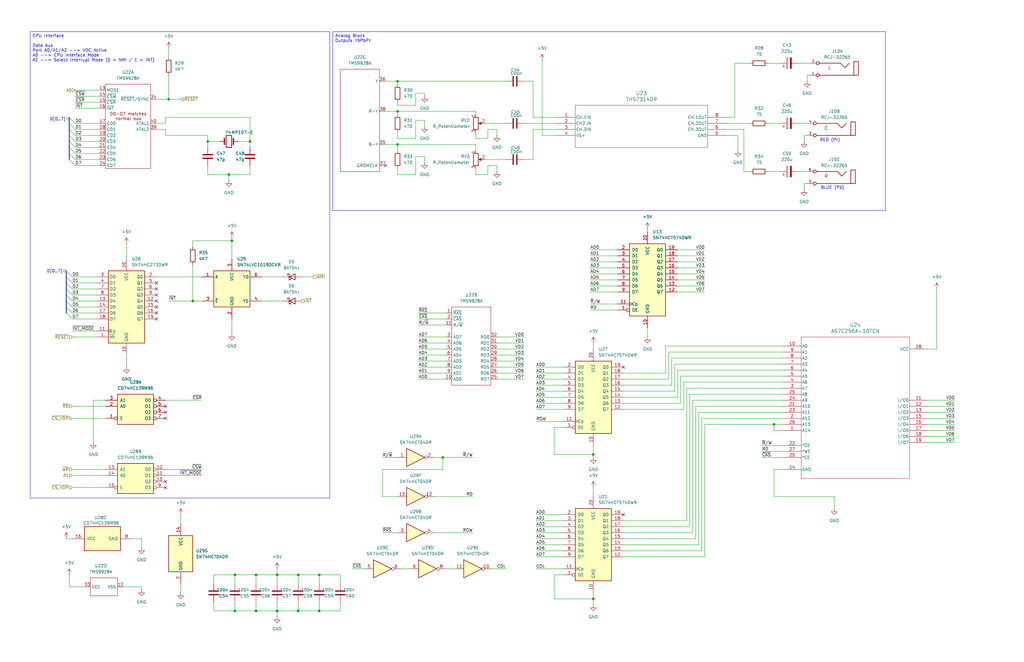
<source format=kicad_sch>
(kicad_sch (version 20250114) (generator "eeschema") (generator_version "9.0")
  (paper "USLedger")
  (text "BLUE (Pb)" (at 351.028 79.248 0) (effects (font (size 1.27 1.27))))
  (text "RED (Pr)" (at 350.012 59.182 0) (effects (font (size 1.27 1.27))))
  (text_box "Analog Block\nOutputs YbPbPr" (at 140.335 13.335 0) (size 233.045 75.565) (margins 0.9525 0.9525 0.9525 0.9525) (effects (font (size 1.27 1.27)) (justify left top)))
  (text_box "CPU Interface\n\nData bus\nPort A0/A1/A2 --> VDC Active\nA0 --> CPU Interface Mode\nA1 --> Select Interrupt Mode (0 = NMI / 1 = INT)" (at 12.7 13.335 0) (size 126.365 196.85) (margins 0.9525 0.9525 0.9525 0.9525) (effects (font (size 1.27 1.27)) (justify left top)))
  (junction (at 107.95 257.81))
  (junction (at 167.64 60.96))
  (junction (at 71.12 41.91))
  (junction (at 97.79 101.6))
  (junction (at 250.19 252.73))
  (junction (at 99.06 257.81))
  (junction (at 186.69 193.04))
  (junction (at 125.73 257.81))
  (junction (at 167.64 34.29))
  (junction (at 134.62 242.57))
  (junction (at 81.28 127))
  (junction (at 116.84 242.57))
  (junction (at 167.64 46.99))
  (junction (at 87.63 59.69))
  (junction (at 116.84 257.81))
  (junction (at 250.19 191.77))
  (junction (at 125.73 242.57))
  (junction (at 107.95 242.57))
  (junction (at 99.06 242.57))
  (junction (at 134.62 257.81))
  (junction (at 105.41 59.69))
  (junction (at 326.39 179.07))
  (junction (at 96.52 73.66))
  (no_connect (at 66.04 121.92))
  (no_connect (at 262.89 154.94))
  (no_connect (at 66.04 129.54))
  (no_connect (at 69.85 176.53))
  (no_connect (at 66.04 132.08))
  (no_connect (at 66.04 124.46))
  (no_connect (at 262.89 217.17))
  (no_connect (at 69.85 203.2))
  (no_connect (at 69.85 173.99))
  (no_connect (at 69.85 205.74))
  (no_connect (at 66.04 127))
  (no_connect (at 66.04 119.38))
  (no_connect (at 66.04 134.62))
  (no_connect (at 162.56 69.85))
  (no_connect (at 69.85 171.45))
  (bus_entry (at 29.21 52.07) (size 2.54 2.54))
  (bus_entry (at 27.94 127) (size 2.54 2.54))
  (bus_entry (at 27.94 124.46) (size 2.54 2.54))
  (bus_entry (at 29.21 54.61) (size 2.54 2.54))
  (bus_entry (at 29.21 57.15) (size 2.54 2.54))
  (bus_entry (at 27.94 114.3) (size 2.54 2.54))
  (bus_entry (at 27.94 119.38) (size 2.54 2.54))
  (bus_entry (at 27.94 129.54) (size 2.54 2.54))
  (bus_entry (at 27.94 121.92) (size 2.54 2.54))
  (bus_entry (at 29.21 62.23) (size 2.54 2.54))
  (bus_entry (at 29.21 64.77) (size 2.54 2.54))
  (bus_entry (at 27.94 116.84) (size 2.54 2.54))
  (bus_entry (at 29.21 49.53) (size 2.54 2.54))
  (bus_entry (at 27.94 132.08) (size 2.54 2.54))
  (bus_entry (at 29.21 67.31) (size 2.54 2.54))
  (bus_entry (at 29.21 59.69) (size 2.54 2.54))
  (wire (pts (xy 285.75 105.41) (xy 297.18 105.41)))
  (wire (pts (xy 287.02 158.75) (xy 330.2 158.75)))
  (wire (pts (xy 391.16 147.32) (xy 394.97 147.32)))
  (wire (pts (xy 262.89 227.33) (xy 293.37 227.33)))
  (wire (pts (xy 59.69 231.14) (xy 59.69 227.33)))
  (wire (pts (xy 143.51 254) (xy 143.51 257.81)))
  (wire (pts (xy 76.2 217.17) (xy 76.2 220.98)))
  (wire (pts (xy 233.68 252.73) (xy 250.19 252.73)))
  (wire (pts (xy 209.55 157.48) (xy 220.98 157.48)))
  (bus (pts (xy 27.94 119.38) (xy 27.94 121.92)))
  (wire (pts (xy 262.89 170.18) (xy 287.02 170.18)))
  (wire (pts (xy 209.55 149.86) (xy 220.98 149.86)))
  (wire (pts (xy 31.75 59.69) (xy 41.91 59.69)))
  (wire (pts (xy 224.79 34.29) (xy 224.79 49.53)))
  (wire (pts (xy 71.12 31.75) (xy 71.12 41.91)))
  (wire (pts (xy 168.91 240.03) (xy 172.72 240.03)))
  (wire (pts (xy 179.07 50.8) (xy 179.07 53.34)))
  (wire (pts (xy 167.64 58.42) (xy 175.26 58.42)))
  (wire (pts (xy 220.98 34.29) (xy 224.79 34.29)))
  (wire (pts (xy 31.75 52.07) (xy 41.91 52.07)))
  (wire (pts (xy 248.92 107.95) (xy 260.35 107.95)))
  (wire (pts (xy 179.07 39.37) (xy 179.07 40.64)))
  (wire (pts (xy 161.29 198.12) (xy 161.29 209.55)))
  (wire (pts (xy 69.85 198.12) (xy 85.09 198.12)))
  (wire (pts (xy 283.21 151.13) (xy 330.2 151.13)))
  (wire (pts (xy 339.09 57.15) (xy 339.09 59.69)))
  (wire (pts (xy 281.94 160.02) (xy 281.94 148.59)))
  (bus (pts (xy 29.21 62.23) (xy 29.21 64.77)))
  (wire (pts (xy 167.64 73.66) (xy 175.26 73.66)))
  (wire (pts (xy 116.84 240.03) (xy 116.84 242.57)))
  (wire (pts (xy 76.2 250.19) (xy 76.2 246.38)))
  (wire (pts (xy 167.64 34.29) (xy 213.36 34.29)))
  (wire (pts (xy 226.06 229.87) (xy 237.49 229.87)))
  (wire (pts (xy 30.48 119.38) (xy 40.64 119.38)))
  (wire (pts (xy 220.98 52.07) (xy 234.95 52.07)))
  (wire (pts (xy 262.89 157.48) (xy 280.67 157.48)))
  (wire (pts (xy 391.16 168.91) (xy 402.59 168.91)))
  (wire (pts (xy 30.48 142.24) (xy 40.64 142.24)))
  (wire (pts (xy 176.53 144.78) (xy 187.96 144.78)))
  (wire (pts (xy 30.48 124.46) (xy 40.64 124.46)))
  (wire (pts (xy 295.91 176.53) (xy 330.2 176.53)))
  (wire (pts (xy 284.48 165.1) (xy 284.48 153.67)))
  (bus (pts (xy 29.21 52.07) (xy 29.21 54.61)))
  (wire (pts (xy 224.79 54.61) (xy 234.95 54.61)))
  (wire (pts (xy 295.91 232.41) (xy 295.91 176.53)))
  (wire (pts (xy 167.64 60.96) (xy 200.66 60.96)))
  (bus (pts (xy 29.21 57.15) (xy 29.21 59.69)))
  (wire (pts (xy 248.92 128.27) (xy 260.35 128.27)))
  (wire (pts (xy 175.26 39.37) (xy 179.07 39.37)))
  (wire (pts (xy 248.92 118.11) (xy 260.35 118.11)))
  (wire (pts (xy 31.75 40.64) (xy 41.91 40.64)))
  (wire (pts (xy 30.48 139.7) (xy 40.64 139.7)))
  (bus (pts (xy 27.94 116.84) (xy 27.94 119.38)))
  (wire (pts (xy 175.26 50.8) (xy 179.07 50.8)))
  (wire (pts (xy 30.48 132.08) (xy 40.64 132.08)))
  (wire (pts (xy 105.41 49.53) (xy 105.41 59.69)))
  (wire (pts (xy 186.69 193.04) (xy 186.69 198.12)))
  (wire (pts (xy 340.36 34.29) (xy 340.36 31.75)))
  (wire (pts (xy 309.88 49.53) (xy 309.88 26.67)))
  (wire (pts (xy 233.68 191.77) (xy 250.19 191.77)))
  (wire (pts (xy 87.63 73.66) (xy 96.52 73.66)))
  (wire (pts (xy 285.75 110.49) (xy 297.18 110.49)))
  (wire (pts (xy 205.74 58.42) (xy 205.74 54.61)))
  (wire (pts (xy 69.85 49.53) (xy 105.41 49.53)))
  (wire (pts (xy 99.06 257.81) (xy 99.06 254)))
  (wire (pts (xy 226.06 222.25) (xy 237.49 222.25)))
  (wire (pts (xy 187.96 240.03) (xy 191.77 240.03)))
  (bus (pts (xy 29.21 49.53) (xy 29.21 52.07)))
  (wire (pts (xy 31.75 57.15) (xy 41.91 57.15)))
  (wire (pts (xy 391.16 181.61) (xy 402.59 181.61)))
  (wire (pts (xy 285.75 113.03) (xy 297.18 113.03)))
  (wire (pts (xy 262.89 234.95) (xy 297.18 234.95)))
  (wire (pts (xy 226.06 224.79) (xy 237.49 224.79)))
  (wire (pts (xy 285.75 118.11) (xy 297.18 118.11)))
  (wire (pts (xy 41.91 69.85) (xy 31.75 69.85)))
  (wire (pts (xy 321.31 187.96) (xy 330.2 187.96)))
  (wire (pts (xy 110.49 127) (xy 119.38 127)))
  (wire (pts (xy 321.31 190.5) (xy 330.2 190.5)))
  (wire (pts (xy 262.89 165.1) (xy 284.48 165.1)))
  (wire (pts (xy 233.68 180.34) (xy 233.68 191.77)))
  (wire (pts (xy 289.56 163.83) (xy 330.2 163.83)))
  (wire (pts (xy 321.31 193.04) (xy 330.2 193.04)))
  (wire (pts (xy 289.56 219.71) (xy 289.56 163.83)))
  (wire (pts (xy 96.52 73.66) (xy 105.41 73.66)))
  (wire (pts (xy 167.64 43.18) (xy 167.64 44.45)))
  (wire (pts (xy 134.62 257.81) (xy 143.51 257.81)))
  (wire (pts (xy 351.79 209.55) (xy 351.79 214.63)))
  (wire (pts (xy 323.85 52.07) (xy 328.93 52.07)))
  (wire (pts (xy 262.89 162.56) (xy 283.21 162.56)))
  (wire (pts (xy 162.56 34.29) (xy 167.64 34.29)))
  (wire (pts (xy 30.48 121.92) (xy 40.64 121.92)))
  (wire (pts (xy 309.88 26.67) (xy 316.23 26.67)))
  (wire (pts (xy 330.2 181.61) (xy 326.39 181.61)))
  (wire (pts (xy 209.55 142.24) (xy 220.98 142.24)))
  (wire (pts (xy 30.48 176.53) (xy 44.45 176.53)))
  (wire (pts (xy 205.74 69.85) (xy 209.55 69.85)))
  (wire (pts (xy 273.05 96.52) (xy 273.05 97.79)))
  (wire (pts (xy 35.56 247.65) (xy 29.21 247.65)))
  (wire (pts (xy 30.48 171.45) (xy 44.45 171.45)))
  (wire (pts (xy 391.16 171.45) (xy 402.59 171.45)))
  (wire (pts (xy 262.89 167.64) (xy 285.75 167.64)))
  (wire (pts (xy 394.97 121.92) (xy 394.97 147.32)))
  (bus (pts (xy 29.21 64.77) (xy 29.21 67.31)))
  (wire (pts (xy 29.21 242.57) (xy 29.21 247.65)))
  (wire (pts (xy 161.29 209.55) (xy 167.64 209.55)))
  (bus (pts (xy 27.94 129.54) (xy 27.94 132.08)))
  (wire (pts (xy 176.53 152.4) (xy 187.96 152.4)))
  (wire (pts (xy 288.29 161.29) (xy 330.2 161.29)))
  (wire (pts (xy 326.39 179.07) (xy 330.2 179.07)))
  (wire (pts (xy 125.73 242.57) (xy 134.62 242.57)))
  (wire (pts (xy 205.74 54.61) (xy 209.55 54.61)))
  (wire (pts (xy 306.07 57.15) (xy 311.15 57.15)))
  (wire (pts (xy 233.68 242.57) (xy 237.49 242.57)))
  (wire (pts (xy 250.19 205.74) (xy 250.19 209.55)))
  (wire (pts (xy 209.55 147.32) (xy 220.98 147.32)))
  (wire (pts (xy 31.75 38.1) (xy 41.91 38.1)))
  (wire (pts (xy 116.84 260.35) (xy 116.84 257.81)))
  (wire (pts (xy 162.56 60.96) (xy 167.64 60.96)))
  (wire (pts (xy 39.37 168.91) (xy 39.37 186.69)))
  (wire (pts (xy 262.89 160.02) (xy 281.94 160.02)))
  (wire (pts (xy 132.08 116.84) (xy 127 116.84)))
  (bus (pts (xy 29.21 59.69) (xy 29.21 62.23)))
  (wire (pts (xy 97.79 100.33) (xy 97.79 101.6)))
  (wire (pts (xy 391.16 173.99) (xy 402.59 173.99)))
  (wire (pts (xy 262.89 224.79) (xy 292.1 224.79)))
  (wire (pts (xy 323.85 72.39) (xy 328.93 72.39)))
  (wire (pts (xy 30.48 127) (xy 40.64 127)))
  (wire (pts (xy 323.85 26.67) (xy 328.93 26.67)))
  (wire (pts (xy 297.18 179.07) (xy 297.18 234.95)))
  (wire (pts (xy 107.95 257.81) (xy 116.84 257.81)))
  (wire (pts (xy 105.41 59.69) (xy 105.41 62.23)))
  (wire (pts (xy 30.48 200.66) (xy 44.45 200.66)))
  (wire (pts (xy 41.91 62.23) (xy 31.75 62.23)))
  (wire (pts (xy 167.64 46.99) (xy 167.64 48.26)))
  (wire (pts (xy 285.75 120.65) (xy 297.18 120.65)))
  (wire (pts (xy 81.28 111.76) (xy 81.28 127)))
  (wire (pts (xy 250.19 252.73) (xy 250.19 255.27)))
  (wire (pts (xy 220.98 67.31) (xy 224.79 67.31)))
  (wire (pts (xy 69.85 200.66) (xy 85.09 200.66)))
  (wire (pts (xy 116.84 257.81) (xy 116.84 254)))
  (wire (pts (xy 66.04 52.07) (xy 69.85 52.07)))
  (wire (pts (xy 340.36 77.47) (xy 339.09 77.47)))
  (wire (pts (xy 66.04 116.84) (xy 85.09 116.84)))
  (wire (pts (xy 31.75 45.72) (xy 41.91 45.72)))
  (wire (pts (xy 226.06 234.95) (xy 237.49 234.95)))
  (wire (pts (xy 226.06 167.64) (xy 237.49 167.64)))
  (wire (pts (xy 336.55 52.07) (xy 340.36 52.07)))
  (wire (pts (xy 96.52 73.66) (xy 96.52 76.2)))
  (wire (pts (xy 200.66 73.66) (xy 205.74 73.66)))
  (wire (pts (xy 99.06 242.57) (xy 107.95 242.57)))
  (wire (pts (xy 250.19 144.78) (xy 250.19 147.32)))
  (wire (pts (xy 209.55 69.85) (xy 209.55 72.39)))
  (wire (pts (xy 226.06 160.02) (xy 237.49 160.02)))
  (wire (pts (xy 175.26 73.66) (xy 175.26 66.04)))
  (wire (pts (xy 250.19 250.19) (xy 250.19 252.73)))
  (wire (pts (xy 294.64 173.99) (xy 330.2 173.99)))
  (wire (pts (xy 200.66 55.88) (xy 200.66 58.42)))
  (wire (pts (xy 182.88 193.04) (xy 186.69 193.04)))
  (wire (pts (xy 226.06 217.17) (xy 237.49 217.17)))
  (wire (pts (xy 71.12 41.91) (xy 76.2 41.91)))
  (wire (pts (xy 105.41 73.66) (xy 105.41 69.85)))
  (wire (pts (xy 250.19 187.96) (xy 250.19 191.77)))
  (wire (pts (xy 285.75 115.57) (xy 297.18 115.57)))
  (wire (pts (xy 167.64 44.45) (xy 175.26 44.45)))
  (wire (pts (xy 233.68 242.57) (xy 233.68 252.73)))
  (bus (pts (xy 27.94 124.46) (xy 27.94 127)))
  (wire (pts (xy 281.94 148.59) (xy 330.2 148.59)))
  (wire (pts (xy 30.48 129.54) (xy 40.64 129.54)))
  (wire (pts (xy 176.53 149.86) (xy 187.96 149.86)))
  (wire (pts (xy 209.55 54.61) (xy 209.55 57.15)))
  (wire (pts (xy 53.34 102.87) (xy 53.34 109.22)))
  (wire (pts (xy 306.07 54.61) (xy 313.69 54.61)))
  (wire (pts (xy 69.85 54.61) (xy 69.85 57.15)))
  (wire (pts (xy 284.48 153.67) (xy 330.2 153.67)))
  (wire (pts (xy 69.85 168.91) (xy 85.09 168.91)))
  (wire (pts (xy 176.53 137.16) (xy 187.96 137.16)))
  (wire (pts (xy 226.06 157.48) (xy 237.49 157.48)))
  (wire (pts (xy 176.53 160.02) (xy 187.96 160.02)))
  (wire (pts (xy 90.17 242.57) (xy 99.06 242.57)))
  (wire (pts (xy 59.69 247.65) (xy 59.69 248.92)))
  (wire (pts (xy 81.28 104.14) (xy 81.28 101.6)))
  (wire (pts (xy 179.07 66.04) (xy 179.07 68.58)))
  (wire (pts (xy 248.92 120.65) (xy 260.35 120.65)))
  (wire (pts (xy 134.62 246.38) (xy 134.62 242.57)))
  (wire (pts (xy 248.92 130.81) (xy 260.35 130.81)))
  (wire (pts (xy 228.6 25.4) (xy 228.6 57.15)))
  (wire (pts (xy 186.69 198.12) (xy 161.29 198.12)))
  (wire (pts (xy 116.84 242.57) (xy 125.73 242.57)))
  (wire (pts (xy 280.67 157.48) (xy 280.67 146.05)))
  (wire (pts (xy 81.28 101.6) (xy 97.79 101.6)))
  (wire (pts (xy 294.64 173.99) (xy 294.64 229.87)))
  (wire (pts (xy 53.34 149.86) (xy 53.34 154.94)))
  (wire (pts (xy 339.09 57.15) (xy 340.36 57.15)))
  (wire (pts (xy 116.84 257.81) (xy 125.73 257.81)))
  (wire (pts (xy 69.85 57.15) (xy 87.63 57.15)))
  (wire (pts (xy 283.21 162.56) (xy 283.21 151.13)))
  (wire (pts (xy 290.83 222.25) (xy 290.83 166.37)))
  (wire (pts (xy 162.56 46.99) (xy 167.64 46.99)))
  (wire (pts (xy 224.79 67.31) (xy 224.79 54.61)))
  (wire (pts (xy 110.49 116.84) (xy 119.38 116.84)))
  (wire (pts (xy 44.45 168.91) (xy 39.37 168.91)))
  (wire (pts (xy 92.71 59.69) (xy 87.63 59.69)))
  (wire (pts (xy 97.79 101.6) (xy 97.79 109.22)))
  (wire (pts (xy 161.29 224.79) (xy 167.64 224.79)))
  (wire (pts (xy 90.17 254) (xy 90.17 257.81)))
  (wire (pts (xy 326.39 181.61) (xy 326.39 179.07)))
  (wire (pts (xy 87.63 59.69) (xy 87.63 62.23)))
  (wire (pts (xy 176.53 142.24) (xy 187.96 142.24)))
  (wire (pts (xy 148.59 240.03) (xy 153.67 240.03)))
  (wire (pts (xy 71.12 20.32) (xy 71.12 24.13)))
  (wire (pts (xy 326.39 198.12) (xy 330.2 198.12)))
  (wire (pts (xy 90.17 246.38) (xy 90.17 242.57)))
  (wire (pts (xy 176.53 147.32) (xy 187.96 147.32)))
  (wire (pts (xy 186.69 193.04) (xy 199.39 193.04)))
  (wire (pts (xy 391.16 179.07) (xy 402.59 179.07)))
  (wire (pts (xy 226.06 162.56) (xy 237.49 162.56)))
  (wire (pts (xy 226.06 232.41) (xy 237.49 232.41)))
  (wire (pts (xy 107.95 246.38) (xy 107.95 242.57)))
  (wire (pts (xy 204.47 52.07) (xy 213.36 52.07)))
  (wire (pts (xy 340.36 31.75) (xy 341.63 31.75)))
  (wire (pts (xy 293.37 227.33) (xy 293.37 171.45)))
  (wire (pts (xy 59.69 227.33) (xy 55.88 227.33)))
  (wire (pts (xy 391.16 184.15) (xy 402.59 184.15)))
  (wire (pts (xy 288.29 161.29) (xy 288.29 172.72)))
  (wire (pts (xy 262.89 229.87) (xy 294.64 229.87)))
  (wire (pts (xy 226.06 240.03) (xy 237.49 240.03)))
  (wire (pts (xy 200.66 58.42) (xy 205.74 58.42)))
  (wire (pts (xy 292.1 168.91) (xy 330.2 168.91)))
  (bus (pts (xy 27.94 127) (xy 27.94 129.54)))
  (wire (pts (xy 313.69 54.61) (xy 313.69 72.39)))
  (wire (pts (xy 52.07 247.65) (xy 59.69 247.65)))
  (wire (pts (xy 167.64 71.12) (xy 167.64 73.66)))
  (wire (pts (xy 161.29 193.04) (xy 167.64 193.04)))
  (wire (pts (xy 306.07 52.07) (xy 316.23 52.07)))
  (wire (pts (xy 285.75 123.19) (xy 297.18 123.19)))
  (wire (pts (xy 250.19 191.77) (xy 250.19 193.04)))
  (wire (pts (xy 233.68 180.34) (xy 237.49 180.34)))
  (wire (pts (xy 125.73 257.81) (xy 134.62 257.81)))
  (wire (pts (xy 262.89 219.71) (xy 289.56 219.71)))
  (wire (pts (xy 176.53 157.48) (xy 187.96 157.48)))
  (wire (pts (xy 326.39 209.55) (xy 351.79 209.55)))
  (wire (pts (xy 134.62 257.81) (xy 134.62 254)))
  (wire (pts (xy 204.47 67.31) (xy 213.36 67.31)))
  (wire (pts (xy 248.92 113.03) (xy 260.35 113.03)))
  (wire (pts (xy 209.55 160.02) (xy 220.98 160.02)))
  (wire (pts (xy 167.64 34.29) (xy 167.64 35.56)))
  (wire (pts (xy 311.15 57.15) (xy 311.15 63.5)))
  (wire (pts (xy 226.06 219.71) (xy 237.49 219.71)))
  (wire (pts (xy 176.53 134.62) (xy 187.96 134.62)))
  (wire (pts (xy 200.66 60.96) (xy 200.66 63.5)))
  (wire (pts (xy 100.33 59.69) (xy 105.41 59.69)))
  (wire (pts (xy 287.02 170.18) (xy 287.02 158.75)))
  (wire (pts (xy 69.85 52.07) (xy 69.85 49.53)))
  (wire (pts (xy 116.84 246.38) (xy 116.84 242.57)))
  (wire (pts (xy 306.07 49.53) (xy 309.88 49.53)))
  (wire (pts (xy 262.89 232.41) (xy 295.91 232.41)))
  (wire (pts (xy 182.88 224.79) (xy 199.39 224.79)))
  (wire (pts (xy 209.55 144.78) (xy 220.98 144.78)))
  (wire (pts (xy 207.01 240.03) (xy 213.36 240.03)))
  (wire (pts (xy 285.75 156.21) (xy 330.2 156.21)))
  (bus (pts (xy 29.21 54.61) (xy 29.21 57.15)))
  (wire (pts (xy 107.95 242.57) (xy 116.84 242.57)))
  (wire (pts (xy 226.06 170.18) (xy 237.49 170.18)))
  (wire (pts (xy 125.73 246.38) (xy 125.73 242.57)))
  (wire (pts (xy 71.12 127) (xy 81.28 127)))
  (wire (pts (xy 167.64 46.99) (xy 200.66 46.99)))
  (wire (pts (xy 176.53 154.94) (xy 187.96 154.94)))
  (wire (pts (xy 30.48 205.74) (xy 44.45 205.74)))
  (wire (pts (xy 66.04 54.61) (xy 69.85 54.61)))
  (wire (pts (xy 182.88 209.55) (xy 199.39 209.55)))
  (wire (pts (xy 391.16 176.53) (xy 402.59 176.53)))
  (wire (pts (xy 66.04 41.91) (xy 71.12 41.91)))
  (wire (pts (xy 262.89 172.72) (xy 288.29 172.72)))
  (wire (pts (xy 209.55 152.4) (xy 220.98 152.4)))
  (wire (pts (xy 31.75 54.61) (xy 41.91 54.61)))
  (wire (pts (xy 248.92 123.19) (xy 260.35 123.19)))
  (wire (pts (xy 99.06 246.38) (xy 99.06 242.57)))
  (wire (pts (xy 87.63 57.15) (xy 87.63 59.69)))
  (wire (pts (xy 30.48 198.12) (xy 44.45 198.12)))
  (wire (pts (xy 176.53 132.08) (xy 187.96 132.08)))
  (wire (pts (xy 336.55 26.67) (xy 341.63 26.67)))
  (wire (pts (xy 30.48 116.84) (xy 40.64 116.84)))
  (wire (pts (xy 248.92 105.41) (xy 260.35 105.41)))
  (wire (pts (xy 31.75 43.18) (xy 41.91 43.18)))
  (wire (pts (xy 226.06 154.94) (xy 237.49 154.94)))
  (wire (pts (xy 41.91 67.31) (xy 31.75 67.31)))
  (wire (pts (xy 280.67 146.05) (xy 330.2 146.05)))
  (wire (pts (xy 125.73 257.81) (xy 125.73 254)))
  (wire (pts (xy 134.62 242.57) (xy 143.51 242.57)))
  (wire (pts (xy 391.16 186.69) (xy 402.59 186.69)))
  (wire (pts (xy 297.18 179.07) (xy 326.39 179.07)))
  (wire (pts (xy 292.1 168.91) (xy 292.1 224.79)))
  (wire (pts (xy 248.92 110.49) (xy 260.35 110.49)))
  (wire (pts (xy 273.05 138.43) (xy 273.05 142.24)))
  (wire (pts (xy 293.37 171.45) (xy 330.2 171.45)))
  (wire (pts (xy 339.09 77.47) (xy 339.09 80.01)))
  (wire (pts (xy 200.66 46.99) (xy 200.66 48.26)))
  (wire (pts (xy 205.74 73.66) (xy 205.74 69.85)))
  (wire (pts (xy 81.28 127) (xy 85.09 127)))
  (wire (pts (xy 167.64 60.96) (xy 167.64 63.5)))
  (wire (pts (xy 200.66 71.12) (xy 200.66 73.66)))
  (wire (pts (xy 285.75 107.95) (xy 297.18 107.95)))
  (wire (pts (xy 175.26 66.04) (xy 179.07 66.04)))
  (wire (pts (xy 290.83 166.37) (xy 330.2 166.37)))
  (wire (pts (xy 226.06 177.8) (xy 237.49 177.8)))
  (wire (pts (xy 41.91 64.77) (xy 31.75 64.77)))
  (wire (pts (xy 87.63 69.85) (xy 87.63 73.66)))
  (bus (pts (xy 27.94 114.3) (xy 27.94 116.84)))
  (wire (pts (xy 97.79 134.62) (xy 97.79 140.97)))
  (wire (pts (xy 262.89 222.25) (xy 290.83 222.25)))
  (wire (pts (xy 224.79 49.53) (xy 234.95 49.53)))
  (wire (pts (xy 226.06 165.1) (xy 237.49 165.1)))
  (wire (pts (xy 326.39 198.12) (xy 326.39 209.55)))
  (wire (pts (xy 167.64 55.88) (xy 167.64 58.42)))
  (wire (pts (xy 175.26 44.45) (xy 175.26 39.37)))
  (wire (pts (xy 27.94 227.33) (xy 30.48 227.33)))
  (wire (pts (xy 175.26 58.42) (xy 175.26 50.8)))
  (bus (pts (xy 27.94 121.92) (xy 27.94 124.46)))
  (wire (pts (xy 248.92 115.57) (xy 260.35 115.57)))
  (wire (pts (xy 226.06 172.72) (xy 237.49 172.72)))
  (wire (pts (xy 30.48 134.62) (xy 40.64 134.62)))
  (wire (pts (xy 107.95 257.81) (xy 107.95 254)))
  (wire (pts (xy 234.95 57.15) (xy 228.6 57.15)))
  (wire (pts (xy 99.06 257.81) (xy 107.95 257.81)))
  (wire (pts (xy 209.55 154.94) (xy 220.98 154.94)))
  (wire (pts (xy 226.06 227.33) (xy 237.49 227.33)))
  (wire (pts (xy 313.69 72.39) (xy 316.23 72.39)))
  (wire (pts (xy 336.55 72.39) (xy 340.36 72.39)))
  (wire (pts (xy 285.75 167.64) (xy 285.75 156.21)))
  (wire (pts (xy 143.51 242.57) (xy 143.51 246.38)))
  (wire (pts (xy 90.17 257.81) (xy 99.06 257.81)))
  (label "D2" (at 30.48 121.92 0))
  (label "VD1" (at 220.98 144.78 180))
  (label "D5" (at 30.48 129.54 0))
  (label "RD" (at 248.92 130.81 0))
  (label "RD" (at 199.39 209.55 180))
  (label "AD5" (at 226.06 229.87 0))
  (label "D5" (at 31.75 64.77 0))
  (label "VD4" (at 220.98 152.4 180))
  (label "~{CAS}" (at 321.31 193.04 0))
  (label "AD0" (at 226.06 217.17 0))
  (label "VD6" (at 402.59 184.15 180))
  (label "VD7" (at 297.18 123.19 180))
  (label "D2" (at 31.75 57.15 0))
  (label "AD4" (at 248.92 115.57 0))
  (label "AD4" (at 226.06 227.33 0))
  (label "D3" (at 30.48 124.46 0))
  (label "~{R}{slash}W" (at 321.31 187.96 0))
  (label "VD2" (at 402.59 173.99 180))
  (label "ROW" (at 226.06 177.8 0))
  (label "ROW" (at 199.39 224.79 180))
  (label "VD3" (at 402.59 176.53 180))
  (label "~{CAS}" (at 148.59 240.03 0))
  (label "D7" (at 31.75 69.85 0))
  (label "AD4" (at 176.53 149.86 0))
  (label "AD1" (at 226.06 157.48 0))
  (label "AD7" (at 176.53 142.24 0))
  (label "~{INT_MODE}" (at 85.09 200.66 180))
  (label "AD0" (at 176.53 160.02 0))
  (label "AD6" (at 248.92 120.65 0))
  (label "D0" (at 31.75 52.07 0))
  (label "D3" (at 31.75 59.69 0))
  (label "AD3" (at 176.53 152.4 0))
  (label "AD6" (at 176.53 144.78 0))
  (label "D0" (at 30.48 116.84 0))
  (label "AD4" (at 226.06 165.1 0))
  (label "D4" (at 30.48 127 0))
  (label "AD6" (at 226.06 170.18 0))
  (label "D6" (at 31.75 67.31 0))
  (label "VD6" (at 220.98 157.48 180))
  (label "~{R}{slash}W" (at 199.39 193.04 180))
  (label "AD2" (at 176.53 154.94 0))
  (label "VD2" (at 297.18 110.49 180))
  (label "AD2" (at 226.06 160.02 0))
  (label "D1" (at 30.48 119.38 0))
  (label "AD7" (at 248.92 123.19 0))
  (label "VD0" (at 220.98 142.24 180))
  (label "~{CAS}" (at 176.53 134.62 0))
  (label "VD1" (at 297.18 107.95 180))
  (label "AD2" (at 248.92 110.49 0))
  (label "AD5" (at 226.06 167.64 0))
  (label "VD5" (at 402.59 181.61 180))
  (label "COL" (at 213.36 240.03 180))
  (label "~{INT}" (at 71.12 127 0))
  (label "COL" (at 226.06 240.03 0))
  (label "VD0" (at 402.59 168.91 180))
  (label "~{CSW}" (at 31.75 40.64 0))
  (label "VD4" (at 402.59 179.07 180))
  (label "VD5" (at 220.98 154.94 180))
  (label "~{CSW}" (at 85.09 198.12 180))
  (label "VD0" (at 297.18 105.41 180))
  (label "VD6" (at 297.18 120.65 180))
  (label "~{R}{slash}W" (at 248.92 128.27 0))
  (label "VD3" (at 220.98 149.86 180))
  (label "AD1" (at 176.53 157.48 0))
  (label "VD7" (at 220.98 160.02 180))
  (label "AD0" (at 226.06 154.94 0))
  (label "VD5" (at 297.18 118.11 180))
  (label "VD2" (at 220.98 147.32 180))
  (label "AD2" (at 226.06 222.25 0))
  (label "~{INT_MODE}" (at 30.48 139.7 0))
  (label "AD6" (at 226.06 232.41 0))
  (label "AD7" (at 226.06 234.95 0))
  (label "~{CSR}" (at 85.09 168.91 180))
  (label "~{CSR}" (at 31.75 43.18 0))
  (label "R{slash}~{W}" (at 161.29 193.04 0))
  (label "AD7" (at 226.06 172.72 0))
  (label "VD7" (at 402.59 186.69 180))
  (label "AD5" (at 176.53 147.32 0))
  (label "AD3" (at 226.06 224.79 0))
  (label "D1" (at 31.75 54.61 0))
  (label "D4" (at 31.75 62.23 0))
  (label "VD3" (at 297.18 113.03 180))
  (label "R{slash}~{W}" (at 176.53 137.16 0))
  (label "D7" (at 30.48 134.62 0))
  (label "AD1" (at 226.06 219.71 0))
  (label "AD0" (at 248.92 105.41 0))
  (label "AD3" (at 226.06 162.56 0))
  (label "AD3" (at 248.92 113.03 0))
  (label "~{RAS}" (at 161.29 224.79 0))
  (label "VD4" (at 297.18 115.57 180))
  (label "~{RAS}" (at 176.53 132.08 0))
  (label "RD" (at 321.31 190.5 0))
  (label "~{INT}" (at 31.75 45.72 0))
  (label "VD1" (at 402.59 171.45 180))
  (label "D6" (at 30.48 132.08 0))
  (label "AD5" (at 248.92 118.11 0))
  (label "AD1" (at 248.92 107.95 0))
  (hierarchical_label "~{CS_VDP}" (shape input) (at 30.48 205.74 180))
  (hierarchical_label "~{CS_VDP}" (shape input) (at 30.48 176.53 180))
  (hierarchical_label "~{RESET}" (shape input) (at 76.2 41.91 0))
  (hierarchical_label "~{INT}" (shape passive) (at 127 127 0))
  (hierarchical_label "~{RD}" (shape input) (at 30.48 171.45 180))
  (hierarchical_label "D[0..7]" (shape bidirectional) (at 29.21 50.1565 180))
  (hierarchical_label "A0" (shape input) (at 31.75 38.1 180))
  (hierarchical_label "~{NMI}" (shape passive) (at 132.08 116.84 0))
  (hierarchical_label "D[0..7]" (shape bidirectional) (at 27.94 114.3 180))
  (hierarchical_label "A1" (shape input) (at 30.48 200.66 180))
  (hierarchical_label "~{RESET}" (shape input) (at 30.48 142.24 180))
  (hierarchical_label "~{WR}" (shape input) (at 30.48 198.12 180))
  (symbol (lib_id "Device:C") (at 105.41 66.04 180) (unit 1)
    (property "Reference" "C48" (at 99.314 64.77 0) (effects (justify right)))
    (property "Value" "47p" (at 99.314 67.31 0) (effects (justify right)))
    (property "Footprint" "Capacitor_SMD:C_0603_1608Metric" (effects (hide yes)))
    (property "Description" "Unpolarized capacitor" (effects (hide yes)))
  )
  (symbol (lib_id "74xx:74HC04") (at 175.26 193.04 0) (unit 1)
    (property "Reference" "U29" (at 175.26 184.15 0))
    (property "Value" "SN74HCT04DR" (at 175.26 186.69 0))
    (property "Footprint" "Package_SO:SOIC-14_3.9x8.7mm_P1.27mm" (effects (hide yes)))
    (property "Datasheet" "https://assets.nexperia.com/documents/data-sheet/74HC_HCT04.pdf" (effects (hide yes)))
    (property "Description" "Hex Inverter" (effects (hide yes)))
  )
  (symbol (lib_id "power:+5V") (at 394.97 121.92 0) (unit 1)
    (property "Reference" "#PWR0132" (effects (hide yes)))
    (property "Value" "+5V" (at 394.97 116.84 0))
    (property "Description" "Power symbol creates a global label with name \"+5V\"" (effects (hide yes)))
  )
  (symbol (lib_id "power:GND") (at 273.05 142.24 0) (unit 1)
    (property "Reference" "#PWR0126" (effects (hide yes)))
    (property "Value" "GND" (at 273.05 147.32 0))
    (property "Description" "Power symbol creates a global label with name \"GND\" , ground" (effects (hide yes)))
  )
  (symbol (lib_name "TMS9928_3") (lib_id "Z80HomeBreW:TMS9928") (at 53.34 34.29 0) (unit 1)
    (property "Reference" "U22" (at 53.975 30.48 0))
    (property "Value" "TMS9928A" (at 53.975 33.02 0))
    (property "Footprint" "Package_DIP:DIP-40_W15.24mm_Socket" (effects (hide yes)))
  )
  (symbol (lib_id "74xx:74LS574") (at 273.05 118.11 0) (unit 1)
    (property "Reference" "U13" (at 275.1933 97.79 0) (effects (justify left)))
    (property "Value" "SN74HCT574DWR" (at 275.1933 100.33 0) (effects (justify left)))
    (property "Footprint" "Package_SO:SOIC-20W_7.5x12.8mm_P1.27mm" (effects (hide yes)))
    (property "Datasheet" "http://www.ti.com/lit/gpn/sn74LS574" (effects (hide yes)))
    (property "Description" "8-bit Register, 3-state outputs" (effects (hide yes)))
  )
  (symbol (lib_id "power:GND") (at 209.55 57.15 0) (unit 1)
    (property "Reference" "#PWR0102" (effects (hide yes)))
    (property "Value" "GND" (at 209.55 62.23 0))
    (property "Description" "Power symbol creates a global label with name \"GND\" , ground" (effects (hide yes)))
  )
  (symbol (lib_id "Device:R") (at 167.64 52.07 0) (unit 1)
    (property "Reference" "R31" (at 170.18 50.7999 0) (effects (justify left)))
    (property "Value" "470" (at 170.18 53.3399 0) (effects (justify left)))
    (property "Footprint" "Resistor_SMD:R_0603_1608Metric" (effects (hide yes)))
    (property "Description" "Resistor" (effects (hide yes)))
  )
  (symbol (lib_id "power:GND") (at 76.2 250.19 0) (unit 1)
    (property "Reference" "#PWR0129" (effects (hide yes)))
    (property "Value" "GND" (at 76.2 255.27 0))
    (property "Description" "Power symbol creates a global label with name \"GND\" , ground" (effects (hide yes)))
  )
  (symbol (lib_id "power:GND") (at 59.69 231.14 0) (unit 1)
    (property "Reference" "#PWR0115" (effects (hide yes)))
    (property "Value" "GND" (at 59.69 236.22 0))
    (property "Description" "Power symbol creates a global label with name \"GND\" , ground" (effects (hide yes)))
  )
  (symbol (lib_id "power:GND") (at 250.19 255.27 0) (unit 1)
    (property "Reference" "#PWR0128" (effects (hide yes)))
    (property "Value" "GND" (at 250.19 260.35 0))
    (property "Description" "Power symbol creates a global label with name \"GND\" , ground" (effects (hide yes)))
  )
  (symbol (lib_id "Device:R_Potentiometer") (at 200.66 67.31 0) (unit 1)
    (property "Reference" "RV3" (at 198.12 66.0399 0) (effects (justify right)))
    (property "Value" "R_Potentiometer" (at 198.12 68.58 0) (effects (justify right)))
    (property "Footprint" "Potentiometer_THT:Potentiometer_Bourns_3266W_Vertical" (effects (hide yes)))
    (property "Description" "Potentiometer" (effects (hide yes)))
  )
  (symbol (lib_id "Device:C") (at 99.06 250.19 0) (unit 1)
    (property "Reference" "C55" (at 105.156 251.46 0) (effects (justify right)))
    (property "Value" "100n" (at 105.156 248.92 0) (effects (justify right)))
    (property "Footprint" "Capacitor_SMD:C_0603_1608Metric" (effects (hide yes)))
    (property "Description" "Unpolarized capacitor" (effects (hide yes)))
  )
  (symbol (lib_id "Device:R") (at 81.28 107.95 0) (unit 1)
    (property "Reference" "R35" (at 83.82 106.6799 0) (effects (justify left)))
    (property "Value" "4K7" (at 83.82 109.2199 0) (effects (justify left)))
    (property "Footprint" "Resistor_SMD:R_0603_1608Metric" (effects (hide yes)))
    (property "Description" "Resistor" (effects (hide yes)))
  )
  (symbol (lib_id "74xx:74HC273") (at 53.34 129.54 0) (unit 1)
    (property "Reference" "U26" (at 55.4833 109.22 0) (effects (justify left)))
    (property "Value" "SN74HC273DWR" (at 55.4833 111.76 0) (effects (justify left)))
    (property "Footprint" "Package_SO:SOIC-20W_7.5x12.8mm_P1.27mm" (effects (hide yes)))
    (property "Datasheet" "https://assets.nexperia.com/documents/data-sheet/74HC_HCT273.pdf" (effects (hide yes)))
    (property "Description" "8-bit D Flip-Flop, reset" (effects (hide yes)))
  )
  (symbol (lib_id "Device:C") (at 116.84 250.19 0) (unit 1)
    (property "Reference" "C57" (at 122.936 251.46 0) (effects (justify right)))
    (property "Value" "100n" (at 122.936 248.92 0) (effects (justify right)))
    (property "Footprint" "Capacitor_SMD:C_0603_1608Metric" (effects (hide yes)))
    (property "Description" "Unpolarized capacitor" (effects (hide yes)))
  )
  (symbol (lib_id "74xx:74HC04") (at 161.29 240.03 0) (unit 3)
    (property "Reference" "U29" (at 161.29 231.14 0))
    (property "Value" "SN74HCT04DR" (at 161.29 233.68 0))
    (property "Footprint" "Package_SO:SOIC-14_3.9x8.7mm_P1.27mm" (effects (hide yes)))
    (property "Datasheet" "https://assets.nexperia.com/documents/data-sheet/74HC_HCT04.pdf" (effects (hide yes)))
    (property "Description" "Hex Inverter" (effects (hide yes)))
  )
  (symbol (lib_id "74xGxx:74LVC1G19") (at 97.79 121.92 0) (unit 1)
    (property "Reference" "U25" (at 99.9333 109.22 0) (effects (justify left)))
    (property "Value" "SN74LVC1G19DCKR" (at 99.9333 111.76 0) (effects (justify left)))
    (property "Footprint" "Package_TO_SOT_SMD:SOT-363_SC-70-6" (effects (hide yes)))
    (property "Datasheet" "http://www.ti.com/lit/sg/scyt129e/scyt129e.pdf" (effects (hide yes)))
    (property "Description" "1 of 2 Decoder, Low-Voltage CMOS" (effects (hide yes)))
  )
  (symbol (lib_id "power:+5V") (at 250.19 205.74 0) (unit 1)
    (property "Reference" "#PWR0125" (effects (hide yes)))
    (property "Value" "+5V" (at 250.19 200.66 0))
    (property "Description" "Power symbol creates a global label with name \"+5V\"" (effects (hide yes)))
  )
  (symbol (lib_name "RCJ-32265_2") (lib_id "RCJ-32265:RCJ-32265") (at 353.06 29.21 0) (mirror y) (unit 1)
    (property "Reference" "J10" (at 353.0655 21.59 0))
    (property "Value" "RCJ-32265" (at 353.0655 24.13 0))
    (property "Footprint" "Footprints:RCJ-32234" (effects (hide yes)))
    (property "Datasheet" "http://datasheets.diptrace.com/con_rca_jack/rcj-32xxx.pdf" (effects (hide yes)))
    (property "MF" "Same Sky" (effects (hide yes)))
    (property "Description_1" "3 Port,  Right Angle, Through Hole, RCA Jack Connector" (effects (hide yes)))
    (property "Package" "None" (effects (hide yes)))
    (property "Price" "None" (effects (hide yes)))
    (property "Check_prices" "https://www.snapeda.com/parts/RCJ-32265/Same+Sky/view-part/?ref=eda" (effects (hide yes)))
    (property "SnapEDA_Link" "https://www.snapeda.com/parts/RCJ-32265/Same+Sky/view-part/?ref=snap" (effects (hide yes)))
    (property "MP" "RCJ-32265" (effects (hide yes)))
    (property "Availability" "In Stock" (effects (hide yes)))
    (property "MANUFACTURER" "CUI" (effects (hide yes)))
  )
  (symbol (lib_id "Device:R") (at 320.04 26.67 90) (unit 1)
    (property "Reference" "R28" (at 320.04 20.32 90))
    (property "Value" "75" (at 320.04 22.86 90))
    (property "Footprint" "Resistor_SMD:R_0603_1608Metric" (effects (hide yes)))
    (property "Description" "Resistor" (effects (hide yes)))
  )
  (symbol (lib_id "power:GND") (at 311.15 63.5 0) (unit 1)
    (property "Reference" "#PWR0104" (effects (hide yes)))
    (property "Value" "GND" (at 311.15 68.58 0))
    (property "Description" "Power symbol creates a global label with name \"GND\" , ground" (effects (hide yes)))
  )
  (symbol (lib_id "Device:R_Potentiometer") (at 200.66 52.07 0) (unit 1)
    (property "Reference" "RV2" (at 198.12 50.7999 0) (effects (justify right)))
    (property "Value" "R_Potentiometer" (at 198.12 53.34 0) (effects (justify right)))
    (property "Footprint" "Potentiometer_THT:Potentiometer_Bourns_3266W_Vertical" (effects (hide yes)))
    (property "Description" "Potentiometer" (effects (hide yes)))
  )
  (symbol (lib_id "74xx:74HC04") (at 199.39 240.03 0) (unit 5)
    (property "Reference" "U29" (at 199.39 231.14 0))
    (property "Value" "SN74HCT04DR" (at 199.39 233.68 0))
    (property "Footprint" "Package_SO:SOIC-14_3.9x8.7mm_P1.27mm" (effects (hide yes)))
    (property "Datasheet" "https://assets.nexperia.com/documents/data-sheet/74HC_HCT04.pdf" (effects (hide yes)))
    (property "Description" "Hex Inverter" (effects (hide yes)))
  )
  (symbol (lib_id "power:+5V") (at 250.19 144.78 0) (unit 1)
    (property "Reference" "#PWR0124" (effects (hide yes)))
    (property "Value" "+5V" (at 250.19 139.7 0))
    (property "Description" "Power symbol creates a global label with name \"+5V\"" (effects (hide yes)))
  )
  (symbol (lib_id "power:+5V") (at 76.2 217.17 0) (unit 1)
    (property "Reference" "#PWR0130" (effects (hide yes)))
    (property "Value" "+5V" (at 76.2 212.09 0))
    (property "Description" "Power symbol creates a global label with name \"+5V\"" (effects (hide yes)))
  )
  (symbol (lib_id "74xx:74HC04") (at 175.26 209.55 0) (unit 6)
    (property "Reference" "U29" (at 175.26 200.66 0))
    (property "Value" "SN74HCT04DR" (at 175.26 203.2 0))
    (property "Footprint" "Package_SO:SOIC-14_3.9x8.7mm_P1.27mm" (effects (hide yes)))
    (property "Datasheet" "https://assets.nexperia.com/documents/data-sheet/74HC_HCT04.pdf" (effects (hide yes)))
    (property "Description" "Hex Inverter" (effects (hide yes)))
  )
  (symbol (lib_id "74xx:74LS574") (at 250.19 167.64 0) (unit 1)
    (property "Reference" "U27" (at 252.3333 147.32 0) (effects (justify left)))
    (property "Value" "SN74HCT574DWR" (at 252.3333 149.86 0) (effects (justify left)))
    (property "Footprint" "Package_SO:SOIC-20W_7.5x12.8mm_P1.27mm" (effects (hide yes)))
    (property "Datasheet" "http://www.ti.com/lit/gpn/sn74LS574" (effects (hide yes)))
    (property "Description" "8-bit Register, 3-state outputs" (effects (hide yes)))
  )
  (symbol (lib_id "Device:C") (at 143.51 250.19 0) (unit 1)
    (property "Reference" "C60" (at 149.606 251.46 0) (effects (justify right)))
    (property "Value" "100n" (at 149.606 248.92 0) (effects (justify right)))
    (property "Footprint" "Capacitor_SMD:C_0603_1608Metric" (effects (hide yes)))
    (property "Description" "Unpolarized capacitor" (effects (hide yes)))
  )
  (symbol (lib_id "power:GND") (at 209.55 72.39 0) (unit 1)
    (property "Reference" "#PWR0106" (effects (hide yes)))
    (property "Value" "GND" (at 209.55 77.47 0))
    (property "Description" "Power symbol creates a global label with name \"GND\" , ground" (effects (hide yes)))
  )
  (symbol (lib_id "Device:R") (at 167.64 67.31 0) (unit 1)
    (property "Reference" "R33" (at 170.18 66.0399 0) (effects (justify left)))
    (property "Value" "470" (at 170.18 68.5799 0) (effects (justify left)))
    (property "Footprint" "Resistor_SMD:R_0603_1608Metric" (effects (hide yes)))
    (property "Description" "Resistor" (effects (hide yes)))
  )
  (symbol (lib_name "TMS9928_2") (lib_id "Z80HomeBreW:TMS9928") (at 198.12 128.27 0) (unit 2)
    (property "Reference" "U22" (at 198.755 124.46 0))
    (property "Value" "TMS9928A" (at 198.755 127 0))
    (property "Footprint" "Package_DIP:DIP-40_W15.24mm_Socket" (effects (hide yes)))
  )
  (symbol (lib_id "power:GND") (at 179.07 40.64 0) (unit 1)
    (property "Reference" "#PWR0100" (effects (hide yes)))
    (property "Value" "GND" (at 179.07 45.72 0))
    (property "Description" "Power symbol creates a global label with name \"GND\" , ground" (effects (hide yes)))
  )
  (symbol (lib_id "Device:C_Polarized") (at 332.74 52.07 90) (unit 1)
    (property "Reference" "C46" (at 331.851 44.45 90))
    (property "Value" "220u" (at 331.851 46.99 90))
    (property "Footprint" "Capacitor_Tantalum_SMD:CP_EIA-3528-21_Kemet-B" (effects (hide yes)))
    (property "Description" "Polarized capacitor" (effects (hide yes)))
  )
  (symbol (lib_id "74xx:74HC04") (at 180.34 240.03 0) (unit 4)
    (property "Reference" "U29" (at 180.34 231.14 0))
    (property "Value" "SN74HCT04DR" (at 180.34 233.68 0))
    (property "Footprint" "Package_SO:SOIC-14_3.9x8.7mm_P1.27mm" (effects (hide yes)))
    (property "Datasheet" "https://assets.nexperia.com/documents/data-sheet/74HC_HCT04.pdf" (effects (hide yes)))
    (property "Description" "Hex Inverter" (effects (hide yes)))
  )
  (symbol (lib_id "Device:R") (at 320.04 52.07 90) (unit 1)
    (property "Reference" "R32" (at 320.04 45.72 90))
    (property "Value" "75" (at 320.04 48.26 90))
    (property "Footprint" "Resistor_SMD:R_0603_1608Metric" (effects (hide yes)))
    (property "Description" "Resistor" (effects (hide yes)))
  )
  (symbol (lib_id "power:GND") (at 339.09 59.69 0) (unit 1)
    (property "Reference" "#PWR0103" (effects (hide yes)))
    (property "Value" "GND" (at 339.09 64.77 0))
    (property "Description" "Power symbol creates a global label with name \"GND\" , ground" (effects (hide yes)))
  )
  (symbol (lib_id "Diode:BAT54J") (at 123.19 127 0) (unit 1)
    (property "Reference" "D6" (at 122.8725 120.65 0))
    (property "Value" "BAT54J" (at 122.8725 123.19 0))
    (property "Footprint" "Diode_SMD:D_SOD-323F" (effects (hide yes)))
    (property "Datasheet" "https://assets.nexperia.com/documents/data-sheet/BAT54J.pdf" (effects (hide yes)))
    (property "Description" "30V 200mA Schottky diode, SOD-323F" (effects (hide yes)))
  )
  (symbol (lib_id "Device:C") (at 125.73 250.19 0) (unit 1)
    (property "Reference" "C58" (at 131.826 251.46 0) (effects (justify right)))
    (property "Value" "100n" (at 131.826 248.92 0) (effects (justify right)))
    (property "Footprint" "Capacitor_SMD:C_0603_1608Metric" (effects (hide yes)))
    (property "Description" "Unpolarized capacitor" (effects (hide yes)))
  )
  (symbol (lib_id "Device:C") (at 217.17 67.31 90) (unit 1)
    (property "Reference" "C49" (at 215.392 62.484 90) (effects (justify right)))
    (property "Value" "100n" (at 215.138 64.008 90) (effects (justify right)))
    (property "Footprint" "Capacitor_SMD:C_0603_1608Metric" (effects (hide yes)))
    (property "Description" "Unpolarized capacitor" (effects (hide yes)))
  )
  (symbol (lib_id "Device:C") (at 134.62 250.19 0) (unit 1)
    (property "Reference" "C59" (at 140.716 251.46 0) (effects (justify right)))
    (property "Value" "100n" (at 140.716 248.92 0) (effects (justify right)))
    (property "Footprint" "Capacitor_SMD:C_0603_1608Metric" (effects (hide yes)))
    (property "Description" "Unpolarized capacitor" (effects (hide yes)))
  )
  (symbol (lib_id "power:GND") (at 116.84 260.35 0) (unit 1)
    (property "Reference" "#PWR0133" (effects (hide yes)))
    (property "Value" "GND" (at 116.84 265.43 0))
    (property "Description" "Power symbol creates a global label with name \"GND\" , ground" (effects (hide yes)))
  )
  (symbol (lib_id "power:GND") (at 340.36 34.29 0) (unit 1)
    (property "Reference" "#PWR099" (effects (hide yes)))
    (property "Value" "GND" (at 340.36 39.37 0))
    (property "Description" "Power symbol creates a global label with name \"GND\" , ground" (effects (hide yes)))
  )
  (symbol (lib_id "Device:R") (at 320.04 72.39 90) (unit 1)
    (property "Reference" "R34" (at 320.04 66.04 90))
    (property "Value" "75" (at 320.04 68.58 90))
    (property "Footprint" "Resistor_SMD:R_0603_1608Metric" (effects (hide yes)))
    (property "Description" "Resistor" (effects (hide yes)))
  )
  (symbol (lib_id "power:+5V") (at 273.05 96.52 0) (unit 1)
    (property "Reference" "#PWR0123" (effects (hide yes)))
    (property "Value" "+5V" (at 273.05 91.44 0))
    (property "Description" "Power symbol creates a global label with name \"+5V\"" (effects (hide yes)))
  )
  (symbol (lib_id "power:GND") (at 179.07 68.58 0) (unit 1)
    (property "Reference" "#PWR0105" (effects (hide yes)))
    (property "Value" "GND" (at 179.07 73.66 0))
    (property "Description" "Power symbol creates a global label with name \"GND\" , ground" (effects (hide yes)))
  )
  (symbol (lib_id "power:GND") (at 97.79 140.97 0) (unit 1)
    (property "Reference" "#PWR0111" (effects (hide yes)))
    (property "Value" "GND" (at 97.79 146.05 0))
    (property "Description" "Power symbol creates a global label with name \"GND\" , ground" (effects (hide yes)))
  )
  (symbol (lib_id "Device:C") (at 90.17 250.19 0) (unit 1)
    (property "Reference" "C54" (at 96.266 251.46 0) (effects (justify right)))
    (property "Value" "100n" (at 96.266 248.92 0) (effects (justify right)))
    (property "Footprint" "Capacitor_SMD:C_0603_1608Metric" (effects (hide yes)))
    (property "Description" "Unpolarized capacitor" (effects (hide yes)))
  )
  (symbol (lib_id "power:GND") (at 39.37 186.69 0) (unit 1)
    (property "Reference" "#PWR0113" (effects (hide yes)))
    (property "Value" "GND" (at 39.37 191.77 0))
    (property "Description" "Power symbol creates a global label with name \"GND\" , ground" (effects (hide yes)))
  )
  (symbol (lib_id "Z80HomeBreW:TMS9928") (at 43.18 242.57 0) (mirror y) (unit 4)
    (property "Reference" "U22" (at 42.545 238.76 0))
    (property "Value" "TMS9928A" (at 42.545 241.3 0))
    (property "Footprint" "Package_DIP:DIP-40_W15.24mm_Socket" (effects (hide yes)))
  )
  (symbol (lib_id "power:GND") (at 59.69 248.92 0) (unit 1)
    (property "Reference" "#PWR0117" (effects (hide yes)))
    (property "Value" "GND" (at 59.69 254 0))
    (property "Description" "Power symbol creates a global label with name \"GND\" , ground" (effects (hide yes)))
  )
  (symbol (lib_id "Device:C_Polarized") (at 332.74 72.39 90) (unit 1)
    (property "Reference" "C50" (at 331.851 64.77 90))
    (property "Value" "220u" (at 331.851 67.31 90))
    (property "Footprint" "Capacitor_Tantalum_SMD:CP_EIA-3528-21_Kemet-B" (effects (hide yes)))
    (property "Description" "Polarized capacitor" (effects (hide yes)))
  )
  (symbol (lib_id "Device:C_Polarized") (at 332.74 26.67 90) (unit 1)
    (property "Reference" "C43" (at 331.851 19.05 90))
    (property "Value" "220u" (at 331.851 21.59 90))
    (property "Footprint" "Capacitor_Tantalum_SMD:CP_EIA-3528-21_Kemet-B" (effects (hide yes)))
    (property "Description" "Polarized capacitor" (effects (hide yes)))
  )
  (symbol (lib_id "power:GND") (at 250.19 193.04 0) (unit 1)
    (property "Reference" "#PWR0127" (effects (hide yes)))
    (property "Value" "GND" (at 250.19 198.12 0))
    (property "Description" "Power symbol creates a global label with name \"GND\" , ground" (effects (hide yes)))
  )
  (symbol (lib_id "74xx:74HC04") (at 175.26 224.79 0) (unit 2)
    (property "Reference" "U29" (at 175.26 215.9 0))
    (property "Value" "SN74HCT04DR" (at 175.26 218.44 0))
    (property "Footprint" "Package_SO:SOIC-14_3.9x8.7mm_P1.27mm" (effects (hide yes)))
    (property "Datasheet" "https://assets.nexperia.com/documents/data-sheet/74HC_HCT04.pdf" (effects (hide yes)))
    (property "Description" "Hex Inverter" (effects (hide yes)))
  )
  (symbol (lib_id "74xx:74LS139") (at 43.18 227.33 90) (unit 3)
    (property "Reference" "U28" (at 44.958 218.44 90) (effects (justify left)))
    (property "Value" "CD74HC139M96" (at 50.292 220.726 90) (effects (justify left)))
    (property "Footprint" "Package_SO:SOIC-16_3.9x9.9mm_P1.27mm" (effects (hide yes)))
    (property "Datasheet" "http://www.ti.com/lit/ds/symlink/sn74ls139a.pdf" (effects (hide yes)))
    (property "Description" "Dual Decoder 1 of 4, Active low outputs" (effects (hide yes)))
  )
  (symbol (lib_id "power:+5V") (at 71.12 20.32 0) (unit 1)
    (property "Reference" "#PWR097" (effects (hide yes)))
    (property "Value" "+5V" (at 71.12 15.24 0))
    (property "Description" "Power symbol creates a global label with name \"+5V\"" (effects (hide yes)))
  )
  (symbol (lib_id "2026-01-18_05-05-37:THS7314DR") (at 234.95 49.53 0) (unit 1)
    (property "Reference" "U23" (at 270.51 39.37 0) (effects (font (size 1.524 1.524))))
    (property "Value" "THS7314DR" (at 270.51 41.91 0) (effects (font (size 1.524 1.524))))
    (property "Footprint" "Footprints:D8" (effects (hide yes)))
    (property "Datasheet" "https://www.ti.com/lit/gpn/ths7314" (effects (hide yes)))
  )
  (symbol (lib_name "RCJ-32265_1") (lib_id "RCJ-32265:RCJ-32265") (at 351.7896 74.93 0) (mirror y) (unit 3)
    (property "Reference" "J10" (at 351.7951 67.31 0))
    (property "Value" "RCJ-32265" (at 351.7951 69.85 0))
    (property "Footprint" "Footprints:RCJ-32234" (effects (hide yes)))
    (property "Datasheet" "http://datasheets.diptrace.com/con_rca_jack/rcj-32xxx.pdf" (effects (hide yes)))
    (property "MF" "Same Sky" (effects (hide yes)))
    (property "Description_1" "3 Port,  Right Angle, Through Hole, RCA Jack Connector" (effects (hide yes)))
    (property "Package" "None" (effects (hide yes)))
    (property "Price" "None" (effects (hide yes)))
    (property "Check_prices" "https://www.snapeda.com/parts/RCJ-32265/Same+Sky/view-part/?ref=eda" (effects (hide yes)))
    (property "SnapEDA_Link" "https://www.snapeda.com/parts/RCJ-32265/Same+Sky/view-part/?ref=snap" (effects (hide yes)))
    (property "MP" "RCJ-32265" (effects (hide yes)))
    (property "Availability" "In Stock" (effects (hide yes)))
    (property "MANUFACTURER" "CUI" (effects (hide yes)))
  )
  (symbol (lib_id "power:GND") (at 53.34 154.94 0) (unit 1)
    (property "Reference" "#PWR0112" (effects (hide yes)))
    (property "Value" "GND" (at 53.34 160.02 0))
    (property "Description" "Power symbol creates a global label with name \"GND\" , ground" (effects (hide yes)))
  )
  (symbol (lib_id "power:+5V") (at 53.34 102.87 0) (unit 1)
    (property "Reference" "#PWR0110" (effects (hide yes)))
    (property "Value" "+5V" (at 53.34 97.79 0))
    (property "Description" "Power symbol creates a global label with name \"+5V\"" (effects (hide yes)))
  )
  (symbol (lib_id "74xx:74HC04") (at 76.2 233.68 0) (unit 7)
    (property "Reference" "U29" (at 82.55 232.4099 0) (effects (justify left)))
    (property "Value" "SN74HCT04DR" (at 82.55 234.9499 0) (effects (justify left)))
    (property "Footprint" "Package_SO:SOIC-14_3.9x8.7mm_P1.27mm" (effects (hide yes)))
    (property "Datasheet" "https://assets.nexperia.com/documents/data-sheet/74HC_HCT04.pdf" (effects (hide yes)))
    (property "Description" "Hex Inverter" (effects (hide yes)))
  )
  (symbol (lib_id "Device:R") (at 71.12 27.94 0) (unit 1)
    (property "Reference" "R29" (at 73.66 26.6699 0) (effects (justify left)))
    (property "Value" "4K7" (at 73.66 29.2099 0) (effects (justify left)))
    (property "Footprint" "Resistor_SMD:R_0603_1608Metric" (effects (hide yes)))
    (property "Description" "Resistor" (effects (hide yes)))
  )
  (symbol (lib_id "Device:C") (at 107.95 250.19 0) (unit 1)
    (property "Reference" "C56" (at 114.046 251.46 0) (effects (justify right)))
    (property "Value" "100n" (at 114.046 248.92 0) (effects (justify right)))
    (property "Footprint" "Capacitor_SMD:C_0603_1608Metric" (effects (hide yes)))
    (property "Description" "Unpolarized capacitor" (effects (hide yes)))
  )
  (symbol (lib_id "power:+5V") (at 97.79 100.33 0) (unit 1)
    (property "Reference" "#PWR0109" (effects (hide yes)))
    (property "Value" "+5V" (at 97.79 95.25 0))
    (property "Description" "Power symbol creates a global label with name \"+5V\"" (effects (hide yes)))
  )
  (symbol (lib_id "Device:Crystal") (at 96.52 59.69 180) (unit 1)
    (property "Reference" "Y4" (at 94.996 55.88 0) (effects (justify right)))
    (property "Value" "MP107-E" (at 97.536 55.88 0) (effects (justify right)))
    (property "Footprint" "Crystal:Crystal_HC49-U_Vertical" (effects (hide yes)))
    (property "Description" "Two pin crystal" (effects (hide yes)))
  )
  (symbol (lib_id "power:+5V") (at 116.84 240.03 0) (unit 1)
    (property "Reference" "#PWR0134" (effects (hide yes)))
    (property "Value" "+5V" (at 116.84 234.95 0))
    (property "Description" "Power symbol creates a global label with name \"+5V\"" (effects (hide yes)))
  )
  (symbol (lib_id "74xx:74LS139") (at 57.15 171.45 0) (unit 1)
    (property "Reference" "U28" (at 57.15 161.29 0))
    (property "Value" "CD74HC139M96" (at 57.15 163.83 0))
    (property "Footprint" "Package_SO:SOIC-16_3.9x9.9mm_P1.27mm" (effects (hide yes)))
    (property "Datasheet" "http://www.ti.com/lit/ds/symlink/sn74ls139a.pdf" (effects (hide yes)))
    (property "Description" "Dual Decoder 1 of 4, Active low outputs" (effects (hide yes)))
  )
  (symbol (lib_id "power:+5V") (at 27.94 227.33 0) (unit 1)
    (property "Reference" "#PWR0114" (effects (hide yes)))
    (property "Value" "+5V" (at 27.94 222.25 0))
    (property "Description" "Power symbol creates a global label with name \"+5V\"" (effects (hide yes)))
  )
  (symbol (lib_id "power:GND") (at 339.09 80.01 0) (unit 1)
    (property "Reference" "#PWR0108" (effects (hide yes)))
    (property "Value" "GND" (at 339.09 85.09 0))
    (property "Description" "Power symbol creates a global label with name \"GND\" , ground" (effects (hide yes)))
  )
  (symbol (lib_id "Device:R") (at 167.64 39.37 0) (unit 1)
    (property "Reference" "R30" (at 170.18 38.0999 0) (effects (justify left)))
    (property "Value" "470" (at 170.18 40.6399 0) (effects (justify left)))
    (property "Footprint" "Resistor_SMD:R_0603_1608Metric" (effects (hide yes)))
    (property "Description" "Resistor" (effects (hide yes)))
  )
  (symbol (lib_name "TMS9928_1") (lib_id "Z80HomeBreW:TMS9928") (at 151.13 27.94 0) (unit 3)
    (property "Reference" "U22" (at 151.765 24.13 0))
    (property "Value" "TMS9928A" (at 151.765 26.67 0))
    (property "Footprint" "Package_DIP:DIP-40_W15.24mm_Socket" (effects (hide yes)))
  )
  (symbol (lib_id "power:+5V") (at 29.21 242.57 0) (unit 1)
    (property "Reference" "#PWR0116" (effects (hide yes)))
    (property "Value" "+5V" (at 29.21 237.49 0))
    (property "Description" "Power symbol creates a global label with name \"+5V\"" (effects (hide yes)))
  )
  (symbol (lib_id "RCJ-32265:RCJ-32265") (at 351.7896 54.61 0) (mirror y) (unit 2)
    (property "Reference" "J10" (at 351.7951 46.99 0))
    (property "Value" "RCJ-32265" (at 351.7951 49.53 0))
    (property "Footprint" "Footprints:RCJ-32234" (effects (hide yes)))
    (property "Datasheet" "http://datasheets.diptrace.com/con_rca_jack/rcj-32xxx.pdf" (effects (hide yes)))
    (property "MF" "Same Sky" (effects (hide yes)))
    (property "Description_1" "3 Port,  Right Angle, Through Hole, RCA Jack Connector" (effects (hide yes)))
    (property "Package" "None" (effects (hide yes)))
    (property "Price" "None" (effects (hide yes)))
    (property "Check_prices" "https://www.snapeda.com/parts/RCJ-32265/Same+Sky/view-part/?ref=eda" (effects (hide yes)))
    (property "SnapEDA_Link" "https://www.snapeda.com/parts/RCJ-32265/Same+Sky/view-part/?ref=snap" (effects (hide yes)))
    (property "MP" "RCJ-32265" (effects (hide yes)))
    (property "Availability" "In Stock" (effects (hide yes)))
    (property "MANUFACTURER" "CUI" (effects (hide yes)))
  )
  (symbol (lib_id "Device:C") (at 87.63 66.04 180) (unit 1)
    (property "Reference" "C47" (at 91.186 64.77 0) (effects (justify right)))
    (property "Value" "47p" (at 91.186 67.31 0) (effects (justify right)))
    (property "Footprint" "Capacitor_SMD:C_0603_1608Metric" (effects (hide yes)))
    (property "Description" "Unpolarized capacitor" (effects (hide yes)))
  )
  (symbol (lib_id "74xx:74LS574") (at 250.19 229.87 0) (unit 1)
    (property "Reference" "U21" (at 252.3333 209.55 0) (effects (justify left)))
    (property "Value" "SN74HCT574DWR" (at 252.3333 212.09 0) (effects (justify left)))
    (property "Footprint" "Package_SO:SOIC-20W_7.5x12.8mm_P1.27mm" (effects (hide yes)))
    (property "Datasheet" "http://www.ti.com/lit/gpn/sn74LS574" (effects (hide yes)))
    (property "Description" "8-bit Register, 3-state outputs" (effects (hide yes)))
  )
  (symbol (lib_id "power:+5V") (at 228.6 25.4 0) (unit 1)
    (property "Reference" "#PWR098" (effects (hide yes)))
    (property "Value" "+5V" (at 228.6 20.32 0))
    (property "Description" "Power symbol creates a global label with name \"+5V\"" (effects (hide yes)))
  )
  (symbol (lib_id "Diode:BAT54J") (at 123.19 116.84 0) (unit 1)
    (property "Reference" "D5" (at 122.8725 110.49 0))
    (property "Value" "BAT54J" (at 122.8725 113.03 0))
    (property "Footprint" "Diode_SMD:D_SOD-323F" (effects (hide yes)))
    (property "Datasheet" "https://assets.nexperia.com/documents/data-sheet/BAT54J.pdf" (effects (hide yes)))
    (property "Description" "30V 200mA Schottky diode, SOD-323F" (effects (hide yes)))
  )
  (symbol (lib_id "power:GND") (at 351.79 214.63 0) (unit 1)
    (property "Reference" "#PWR0131" (effects (hide yes)))
    (property "Value" "GND" (at 351.79 219.71 0))
    (property "Description" "Power symbol creates a global label with name \"GND\" , ground" (effects (hide yes)))
  )
  (symbol (lib_id "Device:C") (at 217.17 52.07 90) (unit 1)
    (property "Reference" "C45" (at 215.392 47.244 90) (effects (justify right)))
    (property "Value" "100n" (at 215.138 48.768 90) (effects (justify right)))
    (property "Footprint" "Capacitor_SMD:C_0603_1608Metric" (effects (hide yes)))
    (property "Description" "Unpolarized capacitor" (effects (hide yes)))
  )
  (symbol (lib_id "2026-01-18_07-40-02:AS7C256A-10TCN") (at 330.2 147.32 0) (unit 1)
    (property "Reference" "U24" (at 360.68 137.16 0) (effects (font (size 1.524 1.524))))
    (property "Value" "AS7C256A-10TCN" (at 360.68 139.7 0) (effects (font (size 1.524 1.524))))
    (property "Footprint" "Footprints:TSOP-28_8X13P4_ALL" (effects (hide yes)))
    (property "Datasheet" "AS7C256A-10TCN" (effects (hide yes)))
  )
  (symbol (lib_id "74xx:74LS139") (at 57.15 200.66 0) (unit 2)
    (property "Reference" "U28" (at 57.15 190.5 0))
    (property "Value" "CD74HC139M96" (at 57.15 193.04 0))
    (property "Footprint" "Package_SO:SOIC-16_3.9x9.9mm_P1.27mm" (effects (hide yes)))
    (property "Datasheet" "http://www.ti.com/lit/ds/symlink/sn74ls139a.pdf" (effects (hide yes)))
    (property "Description" "Dual Decoder 1 of 4, Active low outputs" (effects (hide yes)))
  )
  (symbol (lib_id "Device:C") (at 217.17 34.29 90) (unit 1)
    (property "Reference" "C44" (at 215.392 29.464 90) (effects (justify right)))
    (property "Value" "100n" (at 215.138 30.988 90) (effects (justify right)))
    (property "Footprint" "Capacitor_SMD:C_0603_1608Metric" (effects (hide yes)))
    (property "Description" "Unpolarized capacitor" (effects (hide yes)))
  )
  (symbol (lib_id "power:GND") (at 96.52 76.2 0) (unit 1)
    (property "Reference" "#PWR0107" (effects (hide yes)))
    (property "Value" "GND" (at 96.52 81.28 0))
    (property "Description" "Power symbol creates a global label with name \"GND\" , ground" (effects (hide yes)))
  )
  (symbol (lib_id "power:GND") (at 179.07 53.34 0) (unit 1)
    (property "Reference" "#PWR0101" (effects (hide yes)))
    (property "Value" "GND" (at 179.07 58.42 0))
    (property "Description" "Power symbol creates a global label with name \"GND\" , ground" (effects (hide yes)))
  )
)
</source>
